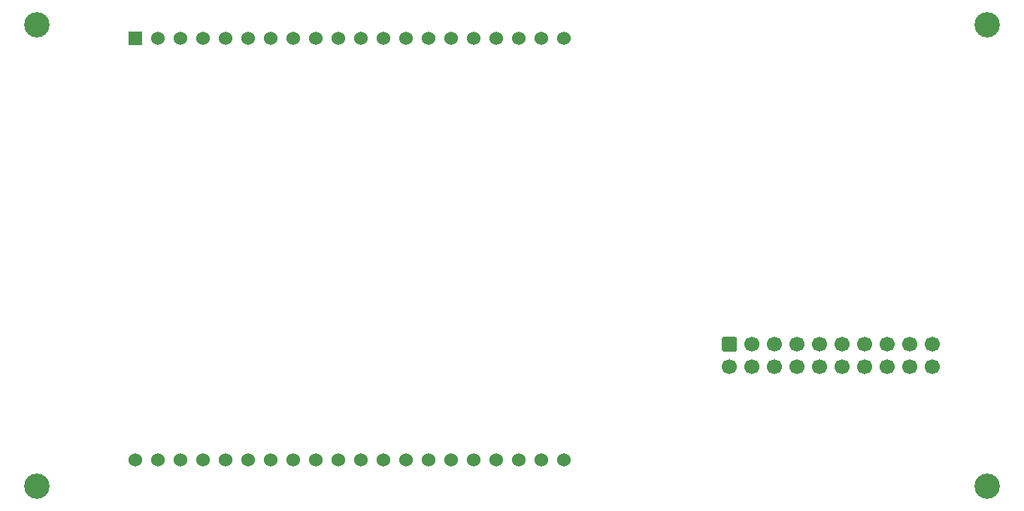
<source format=gbr>
%TF.GenerationSoftware,KiCad,Pcbnew,(5.1.10)-1*%
%TF.CreationDate,2022-03-09T11:46:58-05:00*%
%TF.ProjectId,PacMan-display,5061634d-616e-42d6-9469-73706c61792e,1.0*%
%TF.SameCoordinates,Original*%
%TF.FileFunction,Soldermask,Bot*%
%TF.FilePolarity,Negative*%
%FSLAX46Y46*%
G04 Gerber Fmt 4.6, Leading zero omitted, Abs format (unit mm)*
G04 Created by KiCad (PCBNEW (5.1.10)-1) date 2022-03-09 11:46:58*
%MOMM*%
%LPD*%
G01*
G04 APERTURE LIST*
%ADD10C,1.524000*%
%ADD11R,1.524000X1.524000*%
%ADD12C,1.700000*%
%ADD13C,2.844800*%
G04 APERTURE END LIST*
D10*
%TO.C,U1*%
X145556000Y-121536000D03*
X143016000Y-121536000D03*
X140476000Y-121536000D03*
X137936000Y-121536000D03*
X135396000Y-121536000D03*
X132856000Y-121536000D03*
X130316000Y-121536000D03*
X127776000Y-121536000D03*
X125236000Y-121536000D03*
X122696000Y-121536000D03*
X120156000Y-121536000D03*
X117616000Y-121536000D03*
X115076000Y-121536000D03*
X112536000Y-121536000D03*
X109996000Y-121536000D03*
X107456000Y-121536000D03*
X104916000Y-121536000D03*
X102376000Y-121536000D03*
X99836000Y-121536000D03*
X97296000Y-121536000D03*
X145556000Y-74038000D03*
X143016000Y-74038000D03*
X140476000Y-74038000D03*
X137936000Y-74038000D03*
X135396000Y-74038000D03*
X132856000Y-74038000D03*
X130316000Y-74038000D03*
X127776000Y-74038000D03*
X125236000Y-74038000D03*
X122696000Y-74038000D03*
X120156000Y-74038000D03*
X117616000Y-74038000D03*
X115076000Y-74038000D03*
X112536000Y-74038000D03*
X109996000Y-74038000D03*
X107456000Y-74038000D03*
X104916000Y-74038000D03*
X102376000Y-74038000D03*
X99836000Y-74038000D03*
D11*
X97296000Y-74038000D03*
%TD*%
D12*
%TO.C,J1*%
X187014000Y-111038000D03*
X184474000Y-111038000D03*
X181934000Y-111038000D03*
X179394000Y-111038000D03*
X176854000Y-111038000D03*
X174314000Y-111038000D03*
X171774000Y-111038000D03*
X169234000Y-111038000D03*
X166694000Y-111038000D03*
X164154000Y-111038000D03*
X187014000Y-108498000D03*
X184474000Y-108498000D03*
X181934000Y-108498000D03*
X179394000Y-108498000D03*
X176854000Y-108498000D03*
X174314000Y-108498000D03*
X171774000Y-108498000D03*
X169234000Y-108498000D03*
X166694000Y-108498000D03*
G36*
G01*
X163554000Y-107648000D02*
X164754000Y-107648000D01*
G75*
G02*
X165004000Y-107898000I0J-250000D01*
G01*
X165004000Y-109098000D01*
G75*
G02*
X164754000Y-109348000I-250000J0D01*
G01*
X163554000Y-109348000D01*
G75*
G02*
X163304000Y-109098000I0J250000D01*
G01*
X163304000Y-107898000D01*
G75*
G02*
X163554000Y-107648000I250000J0D01*
G01*
G37*
%TD*%
D13*
%TO.C,H4*%
X86184000Y-124498000D03*
%TD*%
%TO.C,H3*%
X193184000Y-124498000D03*
%TD*%
%TO.C,H2*%
X193184000Y-72498000D03*
%TD*%
%TO.C,H1*%
X86184000Y-72498000D03*
%TD*%
M02*

</source>
